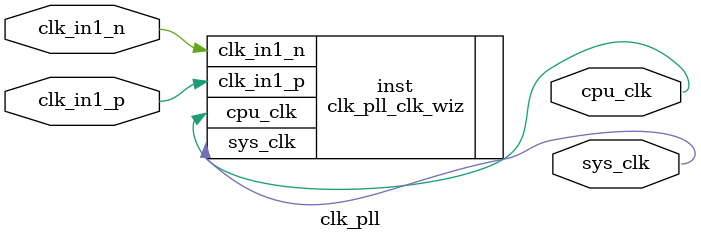
<source format=v>


`timescale 1ps/1ps

(* CORE_GENERATION_INFO = "clk_pll,clk_wiz_v6_0_4_0_0,{component_name=clk_pll,use_phase_alignment=true,use_min_o_jitter=false,use_max_i_jitter=false,use_dyn_phase_shift=false,use_inclk_switchover=false,use_dyn_reconfig=false,enable_axi=0,feedback_source=FDBK_AUTO,PRIMITIVE=PLL,num_out_clk=2,clkin1_period=5.000,clkin2_period=10.0,use_power_down=false,use_reset=false,use_locked=false,use_inclk_stopped=false,feedback_type=SINGLE,CLOCK_MGR_TYPE=NA,manual_override=false}" *)

module clk_pll 
 (
  // Clock out ports
  output        cpu_clk,
  output        sys_clk,
 // Clock in ports
  input         clk_in1_p,
  input         clk_in1_n
 );

  clk_pll_clk_wiz inst
  (
  // Clock out ports  
  .cpu_clk(cpu_clk),
  .sys_clk(sys_clk),
 // Clock in ports
  .clk_in1_p(clk_in1_p),
  .clk_in1_n(clk_in1_n)
  );

endmodule

</source>
